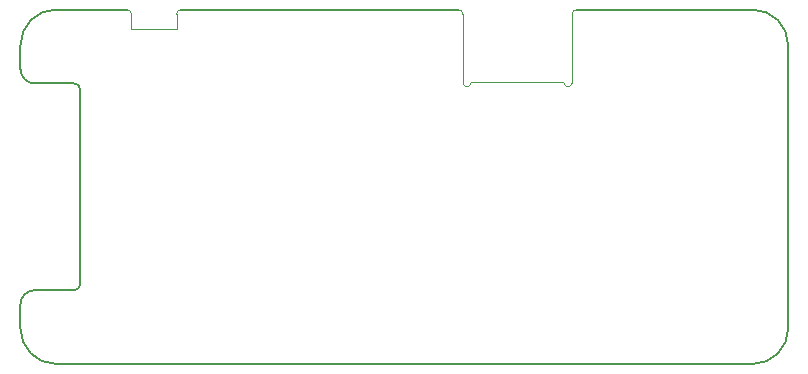
<source format=gbr>
%TF.GenerationSoftware,KiCad,Pcbnew,8.0.2-8.0.2-0~ubuntu22.04.1*%
%TF.CreationDate,2024-07-23T14:23:55-05:00*%
%TF.ProjectId,atslim-328,6174736c-696d-42d3-9332-382e6b696361,rev?*%
%TF.SameCoordinates,Original*%
%TF.FileFunction,Profile,NP*%
%FSLAX46Y46*%
G04 Gerber Fmt 4.6, Leading zero omitted, Abs format (unit mm)*
G04 Created by KiCad (PCBNEW 8.0.2-8.0.2-0~ubuntu22.04.1) date 2024-07-23 14:23:55*
%MOMM*%
%LPD*%
G01*
G04 APERTURE LIST*
%TA.AperFunction,Profile*%
%ADD10C,0.200000*%
%TD*%
%TA.AperFunction,Profile*%
%ADD11C,0.100000*%
%TD*%
%TA.AperFunction,Profile*%
%ADD12C,0.050000*%
%TD*%
%TA.AperFunction,Profile*%
%ADD13C,0.010000*%
%TD*%
G04 APERTURE END LIST*
D10*
X76890000Y-95720000D02*
X73551449Y-95720018D01*
X137330000Y-98970000D02*
G75*
G02*
X134330000Y-101970000I-3000000J0D01*
G01*
D11*
X85550000Y-73610000D02*
X81730000Y-73610000D01*
D10*
X137330000Y-98970000D02*
X137330000Y-74970000D01*
X73539027Y-78223553D02*
G75*
G02*
X72329949Y-77002104I5973J1215053D01*
G01*
D11*
X85550000Y-72380000D02*
G75*
G02*
X85955000Y-71975000I405000J0D01*
G01*
X81730000Y-73610000D02*
X81730000Y-72380000D01*
D12*
X119030000Y-72375000D02*
G75*
G02*
X119435000Y-71970000I405000J0D01*
G01*
D10*
X75330000Y-101970000D02*
X134330000Y-101970000D01*
D12*
X109385000Y-71970000D02*
G75*
G02*
X109790000Y-72375000I0J-405000D01*
G01*
D10*
X81325000Y-71975000D02*
X75330000Y-71970000D01*
D12*
X109790000Y-78165000D02*
X109790000Y-72375000D01*
D10*
X72330000Y-74970000D02*
G75*
G02*
X75330000Y-71970000I3000000J0D01*
G01*
X72330000Y-96929028D02*
G75*
G02*
X73551449Y-95720002I1215000J-5972D01*
G01*
X109385000Y-71970000D02*
X85955000Y-71975000D01*
D11*
X81325000Y-71975000D02*
G75*
G02*
X81730000Y-72380000I0J-405000D01*
G01*
D10*
X72330000Y-74970000D02*
X72330017Y-77002104D01*
D11*
X85550000Y-72380000D02*
X85550000Y-73610000D01*
D10*
X76890000Y-78223553D02*
X73539027Y-78223553D01*
X134330000Y-71970000D02*
X119435000Y-71970000D01*
D12*
X119030000Y-78165000D02*
X119030000Y-72375000D01*
D10*
X75330000Y-101970000D02*
G75*
G02*
X72330000Y-98970000I0J3000000D01*
G01*
X134330000Y-71970000D02*
G75*
G02*
X137330000Y-74970000I0J-3000000D01*
G01*
X72330000Y-96929028D02*
X72330000Y-98970000D01*
%TO.C,J5*%
X77395000Y-78725000D02*
X77395000Y-95225000D01*
X76895000Y-78225000D02*
G75*
G02*
X77395000Y-78725000I-1J-500001D01*
G01*
X77395000Y-95225000D02*
G75*
G02*
X76895000Y-95725000I-500000J0D01*
G01*
D13*
%TO.C,J4*%
X110590000Y-78115000D02*
X118230000Y-78115000D01*
X110140000Y-78515000D02*
G75*
G02*
X109790000Y-78165000I0J350000D01*
G01*
X110440000Y-78235000D02*
G75*
G02*
X110140000Y-78515000I-290000J10000D01*
G01*
X110440000Y-78235000D02*
G75*
G02*
X110590000Y-78115000I135000J-15000D01*
G01*
X118230000Y-78115000D02*
G75*
G02*
X118380000Y-78235000I15000J-135000D01*
G01*
X118680000Y-78515000D02*
G75*
G02*
X118380000Y-78235000I-10000J290000D01*
G01*
X119030000Y-78165000D02*
G75*
G02*
X118680000Y-78515000I-350001J1D01*
G01*
%TD*%
M02*

</source>
